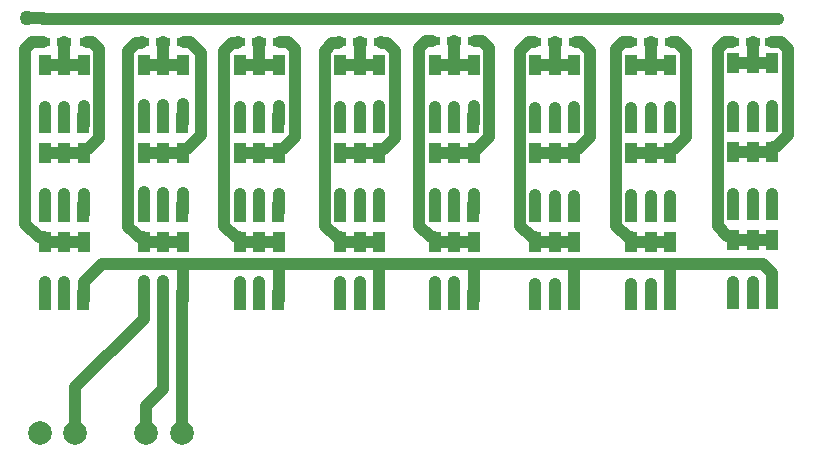
<source format=gbr>
%TF.GenerationSoftware,Altium Limited,Altium Designer,24.3.1 (35)*%
G04 Layer_Physical_Order=1*
G04 Layer_Color=255*
%FSLAX45Y45*%
%MOMM*%
%TF.SameCoordinates,A20972E9-028A-4597-9386-5314E3457622*%
%TF.FilePolarity,Positive*%
%TF.FileFunction,Copper,L1,Top,Signal*%
%TF.Part,Single*%
G01*
G75*
%TA.AperFunction,SMDPad,CuDef*%
%ADD10R,1.25000X0.80000*%
%TA.AperFunction,Conductor*%
%ADD11C,1.00000*%
%TA.AperFunction,SMDPad,CuDef*%
%ADD12R,1.10000X1.75000*%
%TA.AperFunction,ViaPad*%
%ADD13C,1.00000*%
%ADD14C,2.00000*%
%ADD15C,1.27000*%
D10*
X596884Y3811600D02*
D03*
Y4011600D02*
D03*
X406384Y3811600D02*
D03*
Y4011600D02*
D03*
X228584Y3811600D02*
D03*
Y4011600D02*
D03*
X2057384D02*
D03*
Y3811600D02*
D03*
X1244584Y4011600D02*
D03*
Y3811600D02*
D03*
X2235200Y4013200D02*
D03*
Y3813200D02*
D03*
X1422384Y4011600D02*
D03*
Y3811600D02*
D03*
X1066784Y4011600D02*
D03*
Y3811600D02*
D03*
X5194284Y4011600D02*
D03*
Y3811600D02*
D03*
X6235684Y4011600D02*
D03*
Y3811600D02*
D03*
X4559284Y4011600D02*
D03*
Y3811600D02*
D03*
X6400784Y4011600D02*
D03*
Y3811600D02*
D03*
X6057900Y4010000D02*
D03*
Y3810000D02*
D03*
X5372084Y4011600D02*
D03*
Y3811600D02*
D03*
X5549884Y4011600D02*
D03*
Y3811600D02*
D03*
X1879584Y4011600D02*
D03*
Y3811600D02*
D03*
X3886184Y4024300D02*
D03*
Y3824300D02*
D03*
X2908284Y4011600D02*
D03*
Y3811600D02*
D03*
X3086084Y4011600D02*
D03*
Y3811600D02*
D03*
X4737084Y4011600D02*
D03*
Y3811600D02*
D03*
X4381484Y4011600D02*
D03*
Y3811600D02*
D03*
X3708384Y4024300D02*
D03*
Y3824300D02*
D03*
X3530600Y4022700D02*
D03*
Y3822700D02*
D03*
X2730484Y4011600D02*
D03*
Y3811600D02*
D03*
D11*
X1078384Y1472084D02*
Y1624484D01*
X500000Y893700D02*
X1078384Y1472084D01*
X500000Y500000D02*
Y893700D01*
X6400784Y4011600D02*
X6451584D01*
X6235684D02*
X6400784D01*
X5549884D02*
X6235684D01*
X5372084D02*
X5549884D01*
X5194284D02*
X5372084D01*
X4737084D02*
X5194284D01*
X4559284D02*
X4737084D01*
X4381484D02*
X4559284D01*
X3086084D02*
X4381484D01*
X2908284D02*
X3086084D01*
X2730484D02*
X2908284D01*
X2057384D02*
X2730484D01*
X1879584D02*
X2057384D01*
X1422384D02*
X1879584D01*
X6398398Y3126602D02*
Y3271510D01*
Y2377302D02*
Y2522210D01*
X6400700Y1630600D02*
Y1765200D01*
X569098Y3106410D02*
Y3271510D01*
Y2357110D02*
Y2522210D01*
X1404600Y1625600D02*
X1409600Y1630600D01*
X1400800Y1621800D02*
X1404600Y1625600D01*
X1400800Y495300D02*
Y1621800D01*
X571400Y1625600D02*
Y1777900D01*
X6235700Y3136900D02*
Y3263900D01*
Y3124200D02*
Y3136900D01*
X6233298Y2377302D02*
Y2522210D01*
X406400Y3124200D02*
Y3263900D01*
Y3108812D02*
Y3124200D01*
X403998Y2357110D02*
Y2522210D01*
X6070600Y2387600D02*
Y2527300D01*
Y2374900D02*
Y2387600D01*
Y1638300D02*
Y1778000D01*
Y1625600D02*
Y1638300D01*
X571400Y1777900D02*
X571500Y1778000D01*
X6395700Y1625600D02*
X6400700Y1630600D01*
X1100000Y500000D02*
Y731700D01*
X1244600Y876300D01*
Y1625600D01*
X1078384Y1624484D02*
X1079500Y1625600D01*
Y1790700D01*
X1447200Y2907700D02*
X1562100Y3022600D01*
Y3716232D01*
X1466732Y3811600D02*
X1562100Y3716232D01*
X643322Y3811600D02*
X701900Y3753021D01*
X596884Y3811600D02*
X643322D01*
X701900Y3000600D02*
Y3753021D01*
X1422384Y3811600D02*
X1466732D01*
X6400784D02*
X6472622D01*
X6531200Y3023269D02*
Y3753021D01*
X6472622Y3811600D02*
X6531200Y3753021D01*
X5940200Y3750932D02*
X5999268Y3810000D01*
X6057900D01*
X5940200Y2251301D02*
Y3750932D01*
X5594232Y3811600D02*
X5667600Y3738232D01*
X5549884Y3811600D02*
X5594232D01*
X5076600Y3753021D02*
X5135178Y3811600D01*
X5076600Y2256168D02*
Y3753021D01*
X5135178Y3811600D02*
X5194284D01*
X4781432D02*
X4854800Y3738232D01*
X4737084Y3811600D02*
X4781432D01*
X4337168D02*
X4381484D01*
X4263800Y3738232D02*
X4337168Y3811600D01*
X4263800Y2256168D02*
Y3738232D01*
Y2256168D02*
X4361568Y2158400D01*
X4003900Y3010569D02*
Y3765721D01*
X3945322Y3824300D02*
X4003900Y3765721D01*
X3886184Y3824300D02*
X3945322D01*
X3412900Y3764121D02*
X3471478Y3822700D01*
X3518100D01*
X3412900Y2256168D02*
Y3764121D01*
X3901032Y2907700D02*
X4003900Y3010569D01*
X576500Y2907700D02*
X609000D01*
X701900Y3000600D01*
X571500Y2902700D02*
X576500Y2907700D01*
X1414700D02*
X1447200D01*
X1409700Y2902700D02*
X1414700Y2907700D01*
X1409700Y2870200D02*
Y2902700D01*
X2227500Y2907700D02*
X2260000D01*
X2362200Y3009900D01*
Y3754621D01*
X3073400Y2870200D02*
Y2902700D01*
X3078400Y2907700D01*
X3110900D01*
X3203800Y3000600D01*
Y3738232D01*
X5542200Y2907700D02*
X5564732D01*
X5667600Y3010569D01*
Y3738232D01*
X6020400Y2171100D02*
X6065600D01*
X5940200Y2251301D02*
X6020400Y2171100D01*
X6065600D02*
X6070600Y2166100D01*
Y2133600D02*
Y2166100D01*
X6400800Y2882900D02*
Y2915400D01*
X6405800Y2920400D01*
X6428332D01*
X6531200Y3023269D01*
X5537200Y2870200D02*
Y2902700D01*
X5542200Y2907700D01*
X5202000Y2158400D02*
X5207000Y2153400D01*
X5174368Y2158400D02*
X5202000D01*
X5076600Y2256168D02*
X5174368Y2158400D01*
X5207000Y2120900D02*
Y2153400D01*
X4724400Y2902700D02*
X4729400Y2907700D01*
X4724400Y2870200D02*
Y2902700D01*
X4729400Y2907700D02*
X4751932D01*
X4854800Y3010569D02*
Y3738232D01*
X4751932Y2907700D02*
X4854800Y3010569D01*
X4394200Y2120900D02*
Y2153400D01*
X4361568Y2158400D02*
X4389200D01*
X4394200Y2153400D01*
X3873500Y2902700D02*
X3878500Y2907700D01*
X3873500Y2870200D02*
Y2902700D01*
X3878500Y2907700D02*
X3901032D01*
X3538300Y2158400D02*
X3543300Y2153400D01*
Y2120900D02*
Y2153400D01*
X3412900Y2256168D02*
X3510668Y2158400D01*
X3538300D01*
X3086084Y3811600D02*
X3096084Y3801600D01*
X3140432D01*
X3203800Y3738232D01*
X2738200Y2158400D02*
X2743200Y2153400D01*
X2710568Y2158400D02*
X2738200D01*
X2743200Y2120900D02*
Y2153400D01*
X2612800Y2256168D02*
Y3738232D01*
X2676168Y3801600D01*
X2612800Y2256168D02*
X2710568Y2158400D01*
X2676168Y3801600D02*
X2720484D01*
X2730484Y3811600D01*
X2057400Y2870200D02*
X2222500D01*
X1892300D02*
X2057400D01*
X2908300D02*
X3073400D01*
X2743200D02*
X2908300D01*
X3708400D02*
X3873500D01*
X3543300D02*
X3708400D01*
X4559300D02*
X4724400D01*
X4394200D02*
X4559300D01*
X5372100D02*
X5537200D01*
X5207000D02*
X5372100D01*
X6235700Y2882900D02*
X6400800D01*
X6070600D02*
X6235700D01*
X5372100Y3124200D02*
Y3251200D01*
X5534798Y3126898D02*
Y3258810D01*
X6235700Y2133600D02*
X6400800D01*
X6070600D02*
X6235700D01*
X5372100Y2120900D02*
X5537200D01*
X5207000D02*
X5372100D01*
X4559300D02*
X4724400D01*
X4394200D02*
X4559300D01*
X3708400D02*
X3873500D01*
X3543300D02*
X3708400D01*
X2908300D02*
X3073400D01*
X2743200D02*
X2908300D01*
X2057400D02*
X2222500D01*
X1892300D02*
X2057400D01*
X1244600D02*
X1409700D01*
X1079500D02*
X1244600D01*
X5530850Y1930400D02*
X6324600D01*
X4737100D02*
X5530850D01*
X5537200Y1765300D02*
Y1924050D01*
X5530850Y1930400D02*
X5537200Y1924050D01*
X3886200Y1930400D02*
X4737100D01*
X4724400Y1765300D02*
Y1917700D01*
X4737100Y1930400D01*
X3086100D02*
X3886200D01*
X3873500Y1778000D02*
Y1917700D01*
X3886200Y1930400D01*
X2209800D02*
X3086100D01*
X3073400Y1778000D02*
Y1917700D01*
X3086100Y1930400D01*
X1409700D02*
X2209800D01*
X2222500Y1917700D01*
Y1778000D02*
Y1917700D01*
X723900Y1930400D02*
X1409700D01*
Y1790700D02*
Y1930400D01*
X571500Y1778000D02*
X723900Y1930400D01*
X6324600D02*
X6400800Y1854200D01*
Y1765300D02*
Y1854200D01*
X6070600Y3136900D02*
Y3263900D01*
Y3124200D02*
Y3136900D01*
X6235700Y1638300D02*
Y1778000D01*
Y1625600D02*
Y1638300D01*
X406400Y1625600D02*
Y1778000D01*
X191100Y2158400D02*
X236300D01*
X76200Y2273300D02*
Y3753021D01*
X241300Y2120900D02*
X406400D01*
X571500D01*
X76200Y2273300D02*
X191100Y2158400D01*
X236300D02*
X241300Y2153400D01*
X1074500Y2158400D02*
X1079500Y2153400D01*
X1007678Y2192155D02*
X1008245D01*
X1079500Y2120900D02*
Y2153400D01*
X949100Y2250734D02*
X1007678Y2192155D01*
X949100Y2250734D02*
Y3738232D01*
X1042000Y2158400D02*
X1074500D01*
X1008245Y2192155D02*
X1042000Y2158400D01*
X571500Y2870200D02*
Y2902700D01*
X406400Y2870200D02*
X571500D01*
X2235200Y3813200D02*
X2303621D01*
X2362200Y3754621D01*
X1892300Y2120900D02*
Y2153400D01*
X1887300Y2158400D02*
X1892300Y2153400D01*
X1859668Y2158400D02*
X1887300D01*
X1761900Y2256168D02*
X1859668Y2158400D01*
X1761900Y2256168D02*
Y3738232D01*
X1825268Y3801600D01*
X1869584D01*
X1879584Y3811600D01*
X2908300Y3619500D02*
X3073400D01*
X2743200D02*
X2908300D01*
X2908292Y3619508D02*
X2908300Y3619500D01*
X2908284Y3811600D02*
X2908292Y3811592D01*
Y3619508D02*
Y3811592D01*
X6235700Y3632200D02*
X6400800D01*
X6070600D02*
X6235700D01*
X6235692Y3632208D02*
Y3811592D01*
Y3632208D02*
X6235700Y3632200D01*
X6235684Y3811600D02*
X6235692Y3811592D01*
X5372100Y3619500D02*
X5537200D01*
X5207000D02*
X5372100D01*
X5372092Y3619508D02*
X5372100Y3619500D01*
X5372084Y3811600D02*
X5372092Y3811592D01*
Y3619508D02*
Y3811592D01*
X4559300Y3619500D02*
X4724400D01*
X4394200D02*
X4559300D01*
X4559284Y3811600D02*
X4559292Y3811592D01*
Y3619508D02*
Y3811592D01*
Y3619508D02*
X4559300Y3619500D01*
X3708400D02*
X3873500D01*
X3543300D02*
X3708400D01*
X3708392Y3619508D02*
X3708400Y3619500D01*
X3708384Y3824300D02*
X3708392Y3824292D01*
Y3619508D02*
Y3824292D01*
X2057400Y3619500D02*
X2222500D01*
X1892300D02*
X2057400D01*
X2057392Y3619508D02*
X2057400Y3619500D01*
X2057384Y3811600D02*
X2057392Y3811592D01*
Y3619508D02*
Y3811592D01*
X6400700Y1765200D02*
X6400800Y1765300D01*
X6233298Y2377302D02*
X6235700Y2374900D01*
X6398398Y2377302D02*
X6400800Y2374900D01*
X6398398Y3126602D02*
X6400800Y3124200D01*
X5532100D02*
X5534798Y3126898D01*
Y2377598D02*
Y2509510D01*
X5532100Y2374900D02*
X5534798Y2377598D01*
X5537100Y1765200D02*
X5537200Y1765300D01*
X5532100Y1625600D02*
X5537100Y1630600D01*
Y1765200D01*
X5372100Y1625600D02*
Y1765300D01*
X5207000Y1625600D02*
Y1765300D01*
X5369698Y2377302D02*
Y2509510D01*
Y2377302D02*
X5372100Y2374900D01*
X5207000D02*
Y2514600D01*
Y3124200D02*
Y3251200D01*
X4719300Y3124200D02*
X4721998Y3126898D01*
Y3258810D01*
X4559300Y3124200D02*
Y3251200D01*
X4394200Y3124200D02*
Y3251200D01*
X3871098Y3126898D02*
Y3271510D01*
X3868400Y3124200D02*
X3871098Y3126898D01*
X3708400Y3124200D02*
Y3263900D01*
X3705998Y2377302D02*
Y2522210D01*
Y2377302D02*
X3708400Y2374900D01*
X3868400D02*
X3871098Y2377598D01*
Y2522210D01*
X4394200Y2374900D02*
Y2514600D01*
X4556898Y2377302D02*
Y2509510D01*
Y2377302D02*
X4559300Y2374900D01*
X4719300D02*
X4721998Y2377598D01*
Y2509510D01*
X4724300Y1630600D02*
Y1765200D01*
X4724400Y1765300D01*
X4719300Y1625600D02*
X4724300Y1630600D01*
X4559300Y1625600D02*
Y1765300D01*
X4394200Y1625600D02*
Y1765300D01*
X3868400Y1625600D02*
X3873400Y1630600D01*
Y1777900D01*
X3873500Y1778000D01*
X3708400Y1625600D02*
Y1778000D01*
X3543300Y1625600D02*
Y1778000D01*
Y3124200D02*
Y3263900D01*
Y2374900D02*
Y2527300D01*
X2743200Y1625600D02*
Y1778000D01*
X2908300Y1625600D02*
Y1778000D01*
X3073300Y1630600D02*
Y1777900D01*
X3073400Y1778000D01*
X3068300Y1625600D02*
X3073300Y1630600D01*
X2743200Y2374900D02*
Y2527300D01*
X2905898Y2377302D02*
X2908300Y2374900D01*
X2905898Y2377302D02*
Y2522210D01*
X3068300Y2374900D02*
X3070998Y2377598D01*
Y2522210D01*
Y3126898D02*
Y3271510D01*
X3068300Y3124200D02*
X3070998Y3126898D01*
X2908300Y3124200D02*
Y3263900D01*
X2743200Y3124200D02*
Y3263900D01*
X1407298Y3126898D02*
Y3284210D01*
X1404600Y3124200D02*
X1407298Y3126898D01*
X1079500Y3124200D02*
Y3276600D01*
Y2374900D02*
Y2540000D01*
X2217400Y3124200D02*
X2220098Y3126898D01*
Y3271510D01*
Y2377598D02*
Y2522210D01*
X2217400Y2374900D02*
X2220098Y2377598D01*
X1892300Y1625600D02*
Y1778000D01*
X2222400Y1630600D02*
Y1777900D01*
X2217400Y1625600D02*
X2222400Y1630600D01*
Y1777900D02*
X2222500Y1778000D01*
X2057400Y1625600D02*
Y1778000D01*
X949100Y3738232D02*
X1012468Y3801600D01*
X1404600Y2374900D02*
X1407298Y2377598D01*
Y2534910D01*
X1409600Y1630600D02*
Y1790600D01*
X1409700Y1790700D01*
X1244600Y1625600D02*
Y1790700D01*
X1242198Y2377302D02*
Y2534910D01*
Y2377302D02*
X1244600Y2374900D01*
Y3124200D02*
Y3276600D01*
X2057400Y3124200D02*
Y3263900D01*
X2054998Y2377302D02*
X2057400Y2374900D01*
X2054998Y2377302D02*
Y2522210D01*
X1892300Y2374900D02*
Y2527300D01*
Y3124200D02*
Y3263900D01*
X241300Y2374900D02*
Y2527300D01*
Y1625600D02*
Y1778000D01*
Y3124200D02*
Y3263900D01*
Y2120900D02*
Y2153400D01*
X1244600Y2870200D02*
X1409700D01*
X1079500D02*
X1244600D01*
X1012468Y3801600D02*
X1056784D01*
X1066784Y3811600D01*
X1244600Y3619500D02*
X1409700D01*
X1079500D02*
X1244600D01*
X1244592Y3619508D02*
Y3811592D01*
Y3619508D02*
X1244600Y3619500D01*
X1244584Y3811600D02*
X1244592Y3811592D01*
X1244584Y4011600D02*
X1422384D01*
X1066784D02*
X1244584D01*
X596884D02*
X1066784D01*
X406384D02*
X596884D01*
X89700Y4012400D02*
X227784D01*
X88900Y4013200D02*
X89700Y4012400D01*
X227784D02*
X228584Y4011600D01*
X134779Y3811600D02*
X228583D01*
X76200Y3753021D02*
X134779Y3811600D01*
X228583D02*
X228584Y3811600D01*
X406400Y3619500D02*
Y3811584D01*
X241300Y2870200D02*
X406400D01*
Y3619500D02*
X571500D01*
X241300D02*
X406400D01*
X228584Y4011600D02*
X406384D01*
D12*
X6070600Y2133600D02*
D03*
X6235700D02*
D03*
X6400800D02*
D03*
X6395700Y1638300D02*
D03*
X6235700D02*
D03*
X6070600D02*
D03*
X241300Y3619500D02*
D03*
X406400D02*
D03*
X571500D02*
D03*
X566400Y3124200D02*
D03*
X406400D02*
D03*
X241300D02*
D03*
X6070600Y3632200D02*
D03*
X6235700D02*
D03*
X6400800D02*
D03*
X6395700Y3136900D02*
D03*
X6235700D02*
D03*
X6070600D02*
D03*
Y2882900D02*
D03*
X6235700D02*
D03*
X6400800D02*
D03*
X6395700Y2387600D02*
D03*
X6235700D02*
D03*
X6070600D02*
D03*
X5207000Y3619500D02*
D03*
X5372100D02*
D03*
X5537200D02*
D03*
X5532100Y3124200D02*
D03*
X5372100D02*
D03*
X5207000D02*
D03*
X4394200Y3619500D02*
D03*
X4559300D02*
D03*
X4724400D02*
D03*
X4719300Y3124200D02*
D03*
X4559300D02*
D03*
X4394200D02*
D03*
X5207000Y2870200D02*
D03*
X5372100D02*
D03*
X5537200D02*
D03*
X5532100Y2374900D02*
D03*
X5372100D02*
D03*
X5207000D02*
D03*
Y2120900D02*
D03*
X5372100D02*
D03*
X5537200D02*
D03*
X5532100Y1625600D02*
D03*
X5372100D02*
D03*
X5207000D02*
D03*
X4394200Y2870200D02*
D03*
X4559300D02*
D03*
X4724400D02*
D03*
X4719300Y2374900D02*
D03*
X4559300D02*
D03*
X4394200D02*
D03*
Y2120900D02*
D03*
X4559300D02*
D03*
X4724400D02*
D03*
X4719300Y1625600D02*
D03*
X4559300D02*
D03*
X4394200D02*
D03*
X3543300Y3619500D02*
D03*
X3708400D02*
D03*
X3873500D02*
D03*
X3868400Y3124200D02*
D03*
X3708400D02*
D03*
X3543300D02*
D03*
Y2870200D02*
D03*
X3708400D02*
D03*
X3873500D02*
D03*
X3868400Y2374900D02*
D03*
X3708400D02*
D03*
X3543300D02*
D03*
Y2120900D02*
D03*
X3708400D02*
D03*
X3873500D02*
D03*
X3868400Y1625600D02*
D03*
X3708400D02*
D03*
X3543300D02*
D03*
X2743200Y3619500D02*
D03*
X2908300D02*
D03*
X3073400D02*
D03*
X3068300Y3124200D02*
D03*
X2908300D02*
D03*
X2743200D02*
D03*
Y2870200D02*
D03*
X2908300D02*
D03*
X3073400D02*
D03*
X3068300Y2374900D02*
D03*
X2908300D02*
D03*
X2743200D02*
D03*
Y2120900D02*
D03*
X2908300D02*
D03*
X3073400D02*
D03*
X3068300Y1625600D02*
D03*
X2908300D02*
D03*
X2743200D02*
D03*
X1892300Y3619500D02*
D03*
X2057400D02*
D03*
X2222500D02*
D03*
X2217400Y3124200D02*
D03*
X2057400D02*
D03*
X1892300D02*
D03*
Y2870200D02*
D03*
X2057400D02*
D03*
X2222500D02*
D03*
X2217400Y2374900D02*
D03*
X2057400D02*
D03*
X1892300D02*
D03*
X241300Y2120900D02*
D03*
X406400D02*
D03*
X571500D02*
D03*
X566400Y1625600D02*
D03*
X406400D02*
D03*
X241300D02*
D03*
X1079500Y3619500D02*
D03*
X1244600D02*
D03*
X1409700D02*
D03*
X1404600Y3124200D02*
D03*
X1244600D02*
D03*
X1079500D02*
D03*
Y2870200D02*
D03*
X1244600D02*
D03*
X1409700D02*
D03*
X1404600Y2374900D02*
D03*
X1244600D02*
D03*
X1079500D02*
D03*
Y2120900D02*
D03*
X1244600D02*
D03*
X1409700D02*
D03*
X1404600Y1625600D02*
D03*
X1244600D02*
D03*
X1079500D02*
D03*
X1892300Y2120900D02*
D03*
X2057400D02*
D03*
X2222500D02*
D03*
X2217400Y1625600D02*
D03*
X2057400D02*
D03*
X1892300D02*
D03*
X241300Y2870200D02*
D03*
X406400D02*
D03*
X571500D02*
D03*
X566400Y2374900D02*
D03*
X406400D02*
D03*
X241300D02*
D03*
D13*
X571500Y1778000D02*
D03*
X5372100Y3251200D02*
D03*
X5534798Y3258810D02*
D03*
X569098Y3271510D02*
D03*
X1079500Y1790700D02*
D03*
X6235700Y1778000D02*
D03*
X6400800Y1765300D02*
D03*
X6398398Y2522210D02*
D03*
X6233298D02*
D03*
X6070600Y3263900D02*
D03*
X6235700D02*
D03*
X6398398Y3271510D02*
D03*
X6070600Y1778000D02*
D03*
Y2527300D02*
D03*
X5534798Y2509510D02*
D03*
X5369698D02*
D03*
X5207000Y3251200D02*
D03*
Y1765300D02*
D03*
X5372100D02*
D03*
X5537200D02*
D03*
X5207000Y2514600D02*
D03*
X4721998Y2509510D02*
D03*
X4556898D02*
D03*
X4394200Y3251200D02*
D03*
X4559300D02*
D03*
X4721998Y3258810D02*
D03*
X4394200Y1765300D02*
D03*
X4559300D02*
D03*
X4724400D02*
D03*
X4394200Y2514600D02*
D03*
X3871098Y2522210D02*
D03*
X3705998D02*
D03*
X3543300Y3263900D02*
D03*
X3708400D02*
D03*
X3871098Y3271510D02*
D03*
X3543300Y1778000D02*
D03*
X3708400D02*
D03*
X3873500D02*
D03*
X3543300Y2527300D02*
D03*
X3070998Y2522210D02*
D03*
X2905898D02*
D03*
X2743200Y3263900D02*
D03*
X2908300D02*
D03*
X3070998Y3271510D02*
D03*
X2743200Y1778000D02*
D03*
X2908300D02*
D03*
X3073400D02*
D03*
X2743200Y2527300D02*
D03*
X2220098Y2522210D02*
D03*
X2054998D02*
D03*
X1892300Y3263900D02*
D03*
X2057400D02*
D03*
X2220098Y3271510D02*
D03*
X1892300Y1778000D02*
D03*
X2057400D02*
D03*
X2222500D02*
D03*
X1892300Y2527300D02*
D03*
X1407298Y2534910D02*
D03*
X1242198D02*
D03*
X1079500Y3276600D02*
D03*
X1244600D02*
D03*
X1407298Y3284210D02*
D03*
X1244600Y1790700D02*
D03*
X1409700D02*
D03*
X1079500Y2540000D02*
D03*
X241300Y2527300D02*
D03*
X406400Y1778000D02*
D03*
X241300D02*
D03*
X406400Y3263900D02*
D03*
X241300D02*
D03*
X403998Y2522210D02*
D03*
X569098D02*
D03*
D14*
X1100000Y500000D02*
D03*
X1400000D02*
D03*
X200000D02*
D03*
X500000D02*
D03*
D15*
X88900Y4013200D02*
D03*
%TF.MD5,105dfa0423f160df36bf362f5e02fccf*%
M02*

</source>
